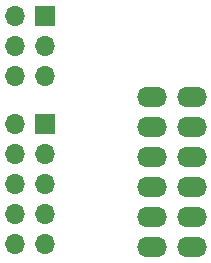
<source format=gbr>
%TF.GenerationSoftware,KiCad,Pcbnew,5.1.7-a382d34a8~88~ubuntu20.04.1*%
%TF.CreationDate,2021-01-30T07:14:25-08:00*%
%TF.ProjectId,nrf52dk-trace-pmod,6e726635-3264-46b2-9d74-726163652d70,rev?*%
%TF.SameCoordinates,Original*%
%TF.FileFunction,Soldermask,Top*%
%TF.FilePolarity,Negative*%
%FSLAX46Y46*%
G04 Gerber Fmt 4.6, Leading zero omitted, Abs format (unit mm)*
G04 Created by KiCad (PCBNEW 5.1.7-a382d34a8~88~ubuntu20.04.1) date 2021-01-30 07:14:25*
%MOMM*%
%LPD*%
G01*
G04 APERTURE LIST*
%ADD10O,1.700000X1.700000*%
%ADD11R,1.700000X1.700000*%
%ADD12O,2.540000X1.700000*%
G04 APERTURE END LIST*
D10*
%TO.C,J3*%
X119460000Y-88936000D03*
X122000000Y-88936000D03*
X119460000Y-86396000D03*
X122000000Y-86396000D03*
X119460000Y-83856000D03*
D11*
X122000000Y-83856000D03*
%TD*%
D12*
%TO.C,J2*%
X131060000Y-90650000D03*
X134400000Y-90650000D03*
X131060000Y-93190000D03*
X134400000Y-93190000D03*
X131060000Y-95730000D03*
X134400000Y-95730000D03*
X131060000Y-98270000D03*
X134400000Y-98270000D03*
X131060000Y-100810000D03*
X134400000Y-100810000D03*
X131060000Y-103350000D03*
X134400000Y-103350000D03*
%TD*%
D10*
%TO.C,J1*%
X119460000Y-103160000D03*
X122000000Y-103160000D03*
X119460000Y-100620000D03*
X122000000Y-100620000D03*
X119460000Y-98080000D03*
X122000000Y-98080000D03*
X119460000Y-95540000D03*
X122000000Y-95540000D03*
X119460000Y-93000000D03*
D11*
X122000000Y-93000000D03*
%TD*%
M02*

</source>
